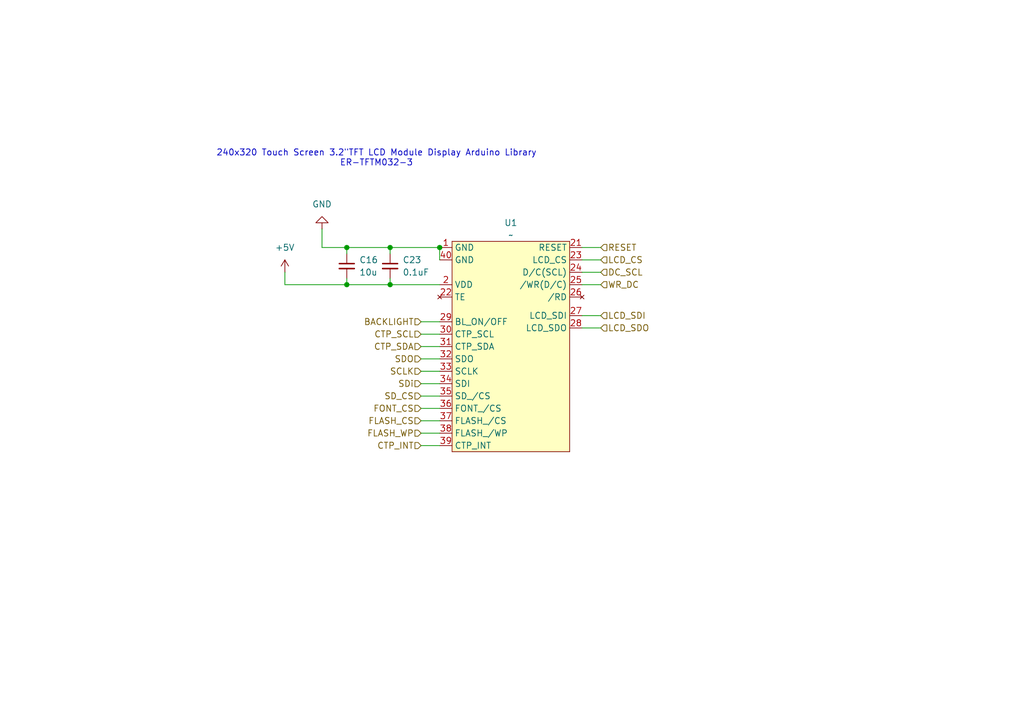
<source format=kicad_sch>
(kicad_sch (version 20231120) (generator "eeschema") (generator_version "8.0")
  (paper "A5")
  (lib_symbols
    (symbol "Device:C_Small" (pin_numbers hide) (pin_names (offset 0.254) hide)
      (property "Reference" "C" (at 0.254 1.778 0))
      (property "Value" "C_Small" (at 0.254 -2.032 0))
      (symbol "C_Small_0_1"
        (polyline (pts (xy -1.524 -0.508) (xy 1.524 -0.508)) (stroke (width 0.3302)))
        (polyline (pts (xy -1.524 0.508) (xy 1.524 0.508)) (stroke (width 0.3048)))
      )
      (symbol "C_Small_1_1"
        (pin passive line (at 0 2.54 270) (length 2.032) (name "~") (number "1"))
        (pin passive line (at 0 -2.54 90) (length 2.032) (name "~") (number "2"))
      )
    )
    (symbol "Vendor_Symbols:ER-TFTM032-3"
      (property "Reference" "U" (at 0 1.27 0))
      (symbol "ER-TFTM032-3_1_1"
        (rectangle (start -11.43 0) (end 12.7 -43.18) (fill (type background)))
        (pin input line (at -13.97 -1.27 0) (length 2.54) (name "GND") (number "1"))
        (pin no_connect line (at 15.24 -21.59 180) (length 2.54) hide (name "DB7") (number "10"))
        (pin no_connect line (at 15.24 -21.59 180) (length 2.54) hide (name "DB8") (number "11"))
        (pin no_connect line (at 15.24 -21.59 180) (length 2.54) hide (name "DB9") (number "12"))
        (pin no_connect line (at 15.24 -21.59 180) (length 2.54) hide (name "DB10") (number "13"))
        (pin no_connect line (at 15.24 -21.59 180) (length 2.54) hide (name "DB11") (number "14"))
        (pin no_connect line (at 15.24 -21.59 180) (length 2.54) hide (name "DB12") (number "15"))
        (pin no_connect line (at 15.24 -21.59 180) (length 2.54) hide (name "DB13") (number "16"))
        (pin no_connect line (at 15.24 -21.59 180) (length 2.54) hide (name "DB14") (number "17"))
        (pin no_connect line (at 15.24 -21.59 180) (length 2.54) hide (name "DB15") (number "18"))
        (pin no_connect line (at 15.24 -21.59 180) (length 2.54) hide (name "NC") (number "19"))
        (pin input line (at -13.97 -8.89 0) (length 2.54) (name "VDD") (number "2"))
        (pin no_connect line (at 15.24 -21.59 180) (length 2.54) hide (name "NC") (number "20"))
        (pin input line (at 15.24 -1.27 180) (length 2.54) (name "RESET") (number "21"))
        (pin no_connect line (at -13.97 -11.43 0) (length 2.54) (name "TE") (number "22"))
        (pin input line (at 15.24 -3.81 180) (length 2.54) (name "LCD_CS") (number "23"))
        (pin input line (at 15.24 -6.35 180) (length 2.54) (name "D/C(SCL)") (number "24"))
        (pin input line (at 15.24 -8.89 180) (length 2.54) (name "/WR(D/C)") (number "25"))
        (pin no_connect line (at 15.24 -11.43 180) (length 2.54) (name "/RD") (number "26"))
        (pin input line (at 15.24 -15.24 180) (length 2.54) (name "LCD_SDI") (number "27"))
        (pin input line (at 15.24 -17.78 180) (length 2.54) (name "LCD_SDO") (number "28"))
        (pin input line (at -13.97 -16.51 0) (length 2.54) (name "BL_ON/OFF") (number "29"))
        (pin no_connect line (at 15.24 -21.59 180) (length 2.54) hide (name "DB0") (number "3"))
        (pin input line (at -13.97 -19.05 0) (length 2.54) (name "CTP_SCL") (number "30"))
        (pin input line (at -13.97 -21.59 0) (length 2.54) (name "CTP_SDA") (number "31"))
        (pin input line (at -13.97 -24.13 0) (length 2.54) (name "SDO") (number "32"))
        (pin input line (at -13.97 -26.67 0) (length 2.54) (name "SCLK") (number "33"))
        (pin input line (at -13.97 -29.21 0) (length 2.54) (name "SDI") (number "34"))
        (pin input line (at -13.97 -31.75 0) (length 2.54) (name "SD_/CS") (number "35"))
        (pin input line (at -13.97 -34.29 0) (length 2.54) (name "FONT_/CS") (number "36"))
        (pin input line (at -13.97 -36.83 0) (length 2.54) (name "FLASH_/CS") (number "37"))
        (pin input line (at -13.97 -39.37 0) (length 2.54) (name "FLASH_/WP") (number "38"))
        (pin input line (at -13.97 -41.91 0) (length 2.54) (name "CTP_INT") (number "39"))
        (pin no_connect line (at 15.24 -21.59 180) (length 2.54) hide (name "DB1") (number "4"))
        (pin input line (at -13.97 -3.81 0) (length 2.54) (name "GND") (number "40"))
        (pin no_connect line (at 15.24 -21.59 180) (length 2.54) hide (name "DB2") (number "5"))
        (pin no_connect line (at 15.24 -21.59 180) (length 2.54) hide (name "DB3") (number "6"))
        (pin no_connect line (at 15.24 -21.59 180) (length 2.54) hide (name "DB4") (number "7"))
        (pin no_connect line (at 15.24 -21.59 180) (length 2.54) hide (name "DB5") (number "8"))
        (pin no_connect line (at 15.24 -21.59 180) (length 2.54) hide (name "DB6") (number "9"))
      )
    )
    (symbol "power:+5V" (power) (pin_numbers hide) (pin_names (offset 0) hide)
      (property "Value" "+5V" (at 0 3.556 0))
      (symbol "+5V_0_1"
        (polyline (pts (xy -0.762 1.27) (xy 0 2.54)))
        (polyline (pts (xy 0 0) (xy 0 2.54)))
        (polyline (pts (xy 0 2.54) (xy 0.762 1.27)))
      )
      (symbol "+5V_1_1"
        (pin power_in line (at 0 0 90) (length 0) (name "~") (number "1"))
      )
    )
    (symbol "power:GND" (power) (pin_numbers hide) (pin_names (offset 0) hide)
      (property "Value" "GND" (at 0 -3.81 0))
      (symbol "GND_0_1"
        (polyline (pts (xy 0 0) (xy 0 -1.27) (xy 1.27 -1.27) (xy 0 -2.54) (xy -1.27 -1.27) (xy 0 -1.27)))
      )
      (symbol "GND_1_1"
        (pin power_in line (at 0 0 270) (length 0) (name "~") (number "1"))
      )
    )
  )
  (junction (at 80.01 50.8))
  (junction (at 90.17 50.8))
  (junction (at 80.01 58.42))
  (junction (at 71.12 58.42))
  (junction (at 71.12 50.8))
  (wire (pts (xy 80.01 58.42) (xy 90.17 58.42)))
  (wire (pts (xy 90.17 50.8) (xy 90.17 53.34)))
  (wire (pts (xy 71.12 50.8) (xy 71.12 52.07)))
  (wire (pts (xy 123.19 58.42) (xy 119.38 58.42)))
  (wire (pts (xy 90.17 50.8) (xy 80.01 50.8)))
  (wire (pts (xy 86.36 68.58) (xy 90.17 68.58)))
  (wire (pts (xy 86.36 91.44) (xy 90.17 91.44)))
  (wire (pts (xy 80.01 50.8) (xy 80.01 52.07)))
  (wire (pts (xy 86.36 71.12) (xy 90.17 71.12)))
  (wire (pts (xy 123.19 67.31) (xy 119.38 67.31)))
  (wire (pts (xy 123.19 55.88) (xy 119.38 55.88)))
  (wire (pts (xy 123.19 50.8) (xy 119.38 50.8)))
  (wire (pts (xy 80.01 57.15) (xy 80.01 58.42)))
  (wire (pts (xy 86.36 73.66) (xy 90.17 73.66)))
  (wire (pts (xy 58.42 55.88) (xy 58.42 58.42)))
  (wire (pts (xy 86.36 88.9) (xy 90.17 88.9)))
  (wire (pts (xy 66.04 46.99) (xy 66.04 50.8)))
  (wire (pts (xy 58.42 58.42) (xy 71.12 58.42)))
  (wire (pts (xy 71.12 57.15) (xy 71.12 58.42)))
  (wire (pts (xy 80.01 50.8) (xy 71.12 50.8)))
  (wire (pts (xy 86.36 83.82) (xy 90.17 83.82)))
  (wire (pts (xy 71.12 50.8) (xy 66.04 50.8)))
  (wire (pts (xy 86.36 86.36) (xy 90.17 86.36)))
  (wire (pts (xy 86.36 81.28) (xy 90.17 81.28)))
  (wire (pts (xy 71.12 58.42) (xy 80.01 58.42)))
  (wire (pts (xy 86.36 76.2) (xy 90.17 76.2)))
  (wire (pts (xy 86.36 78.74) (xy 90.17 78.74)))
  (wire (pts (xy 86.36 66.04) (xy 90.17 66.04)))
  (wire (pts (xy 123.19 53.34) (xy 119.38 53.34)))
  (wire (pts (xy 123.19 64.77) (xy 119.38 64.77)))
  (text "240x320 Touch Screen 3.2\"TFT LCD Module Display Arduino Library\nER-TFTM032-3" (at 77.216 32.512 0) (effects (font (size 1.27 1.27))))
  (hierarchical_label "SDO" (shape input) (at 86.36 73.66 180))
  (hierarchical_label "SCLK" (shape input) (at 86.36 76.2 180))
  (hierarchical_label "CTP_INT" (shape input) (at 86.36 91.44 180))
  (hierarchical_label "WR_DC" (shape input) (at 123.19 58.42 0))
  (hierarchical_label "CTP_SCL" (shape input) (at 86.36 68.58 180))
  (hierarchical_label "FLASH_CS" (shape input) (at 86.36 86.36 180))
  (hierarchical_label "LCD_CS" (shape input) (at 123.19 53.34 0))
  (hierarchical_label "FONT_CS" (shape input) (at 86.36 83.82 180))
  (hierarchical_label "LCD_SDO" (shape input) (at 123.19 67.31 0))
  (hierarchical_label "BACKLIGHT" (shape input) (at 86.36 66.04 180))
  (hierarchical_label "FLASH_WP" (shape input) (at 86.36 88.9 180))
  (hierarchical_label "SD_CS" (shape input) (at 86.36 81.28 180))
  (hierarchical_label "CTP_SDA" (shape input) (at 86.36 71.12 180))
  (hierarchical_label "RESET" (shape input) (at 123.19 50.8 0))
  (hierarchical_label "SDi" (shape input) (at 86.36 78.74 180))
  (hierarchical_label "LCD_SDI" (shape input) (at 123.19 64.77 0))
  (hierarchical_label "DC_SCL" (shape input) (at 123.19 55.88 0))
  (symbol (lib_id "power:+5V") (at 58.42 55.88 0) (unit 1)
    (property "Reference" "#PWR067" (effects (hide yes)))
    (property "Value" "+5V" (at 58.42 50.8 0))
    (property "Description" "Power symbol creates a global label with name \"+5V\"" (effects (hide yes)))
  )
  (symbol (lib_id "Device:C_Small") (at 80.01 54.61 0) (unit 1)
    (property "Reference" "C23" (at 82.55 53.3462 0) (effects (justify left)))
    (property "Value" "0.1uF" (at 82.55 55.8862 0) (effects (justify left)))
    (property "Footprint" "Capacitor_SMD:C_0603_1608Metric_Pad1.08x0.95mm_HandSolder" (effects (hide yes)))
    (property "Description" "0.1 µF ±10% 50V Ceramic Capacitor X7R 0603 (1608 Metric)" (effects (hide yes)))
    (property "MPN" "GCM188R71H104KA57J" (effects (hide yes)))
  )
  (symbol (lib_id "Device:C_Small") (at 71.12 54.61 0) (unit 1)
    (property "Reference" "C16" (at 73.66 53.3462 0) (effects (justify left)))
    (property "Value" "10u" (at 73.66 55.8862 0) (effects (justify left)))
    (property "Footprint" "Capacitor_SMD:C_0805_2012Metric_Pad1.18x1.45mm_HandSolder" (effects (hide yes)))
    (property "Description" "10 µF ±10% 16V Ceramic Capacitor X5R 0805 (2012 Metric)" (effects (hide yes)))
    (property "MPN" "CL21A106KOQNNNG" (effects (hide yes)))
    (property "Manufacturer" "Samsung Electro-Mechanics" (effects (hide yes)))
    (property "DigiKey Link" "https://www.digikey.com/en/products/detail/samsung-electro-mechanics/CL21A106KOQNNNG/3894417" (effects (hide yes)))
  )
  (symbol (lib_id "Vendor_Symbols:ER-TFTM032-3") (at 104.14 49.53 0) (unit 1)
    (property "Reference" "U1" (at 104.775 45.72 0))
    (property "Value" "~" (at 104.775 48.26 0))
    (property "Footprint" "Vendor_Footprints:GCT_FFC3B07-40-T" (effects (hide yes)))
  )
  (symbol (lib_id "power:GND") (at 66.04 46.99 180) (unit 1)
    (property "Reference" "#PWR066" (effects (hide yes)))
    (property "Value" "GND" (at 66.04 41.91 0))
    (property "Description" "Power symbol creates a global label with name \"GND\" , ground" (effects (hide yes)))
  )
)
</source>
